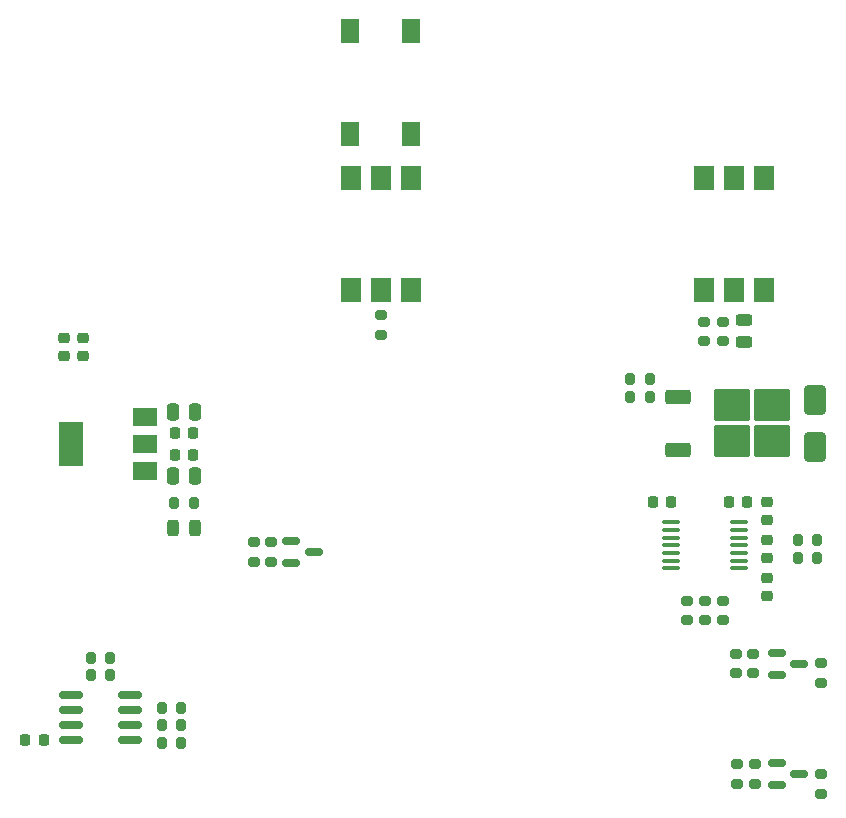
<source format=gbr>
%TF.GenerationSoftware,KiCad,Pcbnew,7.0.1*%
%TF.CreationDate,2023-11-07T15:52:04+07:00*%
%TF.ProjectId,Hot-plate-controller,486f742d-706c-4617-9465-2d636f6e7472,rev?*%
%TF.SameCoordinates,Original*%
%TF.FileFunction,Paste,Top*%
%TF.FilePolarity,Positive*%
%FSLAX46Y46*%
G04 Gerber Fmt 4.6, Leading zero omitted, Abs format (unit mm)*
G04 Created by KiCad (PCBNEW 7.0.1) date 2023-11-07 15:52:04*
%MOMM*%
%LPD*%
G01*
G04 APERTURE LIST*
G04 Aperture macros list*
%AMRoundRect*
0 Rectangle with rounded corners*
0 $1 Rounding radius*
0 $2 $3 $4 $5 $6 $7 $8 $9 X,Y pos of 4 corners*
0 Add a 4 corners polygon primitive as box body*
4,1,4,$2,$3,$4,$5,$6,$7,$8,$9,$2,$3,0*
0 Add four circle primitives for the rounded corners*
1,1,$1+$1,$2,$3*
1,1,$1+$1,$4,$5*
1,1,$1+$1,$6,$7*
1,1,$1+$1,$8,$9*
0 Add four rect primitives between the rounded corners*
20,1,$1+$1,$2,$3,$4,$5,0*
20,1,$1+$1,$4,$5,$6,$7,0*
20,1,$1+$1,$6,$7,$8,$9,0*
20,1,$1+$1,$8,$9,$2,$3,0*%
G04 Aperture macros list end*
%ADD10RoundRect,0.250000X-0.650000X1.000000X-0.650000X-1.000000X0.650000X-1.000000X0.650000X1.000000X0*%
%ADD11R,1.500000X2.000000*%
%ADD12RoundRect,0.200000X0.275000X-0.200000X0.275000X0.200000X-0.275000X0.200000X-0.275000X-0.200000X0*%
%ADD13RoundRect,0.250000X-0.250000X-0.475000X0.250000X-0.475000X0.250000X0.475000X-0.250000X0.475000X0*%
%ADD14RoundRect,0.200000X0.200000X0.275000X-0.200000X0.275000X-0.200000X-0.275000X0.200000X-0.275000X0*%
%ADD15RoundRect,0.200000X-0.200000X-0.275000X0.200000X-0.275000X0.200000X0.275000X-0.200000X0.275000X0*%
%ADD16RoundRect,0.150000X-0.587500X-0.150000X0.587500X-0.150000X0.587500X0.150000X-0.587500X0.150000X0*%
%ADD17R,1.780000X2.000000*%
%ADD18RoundRect,0.250000X-0.850000X-0.350000X0.850000X-0.350000X0.850000X0.350000X-0.850000X0.350000X0*%
%ADD19RoundRect,0.250000X-1.275000X-1.125000X1.275000X-1.125000X1.275000X1.125000X-1.275000X1.125000X0*%
%ADD20RoundRect,0.225000X0.250000X-0.225000X0.250000X0.225000X-0.250000X0.225000X-0.250000X-0.225000X0*%
%ADD21RoundRect,0.200000X-0.275000X0.200000X-0.275000X-0.200000X0.275000X-0.200000X0.275000X0.200000X0*%
%ADD22RoundRect,0.225000X-0.225000X-0.250000X0.225000X-0.250000X0.225000X0.250000X-0.225000X0.250000X0*%
%ADD23RoundRect,0.225000X0.225000X0.250000X-0.225000X0.250000X-0.225000X-0.250000X0.225000X-0.250000X0*%
%ADD24R,2.000000X1.500000*%
%ADD25R,2.000000X3.800000*%
%ADD26RoundRect,0.225000X-0.250000X0.225000X-0.250000X-0.225000X0.250000X-0.225000X0.250000X0.225000X0*%
%ADD27RoundRect,0.150000X0.825000X0.150000X-0.825000X0.150000X-0.825000X-0.150000X0.825000X-0.150000X0*%
%ADD28RoundRect,0.243750X0.456250X-0.243750X0.456250X0.243750X-0.456250X0.243750X-0.456250X-0.243750X0*%
%ADD29RoundRect,0.243750X0.243750X0.456250X-0.243750X0.456250X-0.243750X-0.456250X0.243750X-0.456250X0*%
%ADD30RoundRect,0.100000X0.637500X0.100000X-0.637500X0.100000X-0.637500X-0.100000X0.637500X-0.100000X0*%
G04 APERTURE END LIST*
D10*
%TO.C,D4*%
X134162800Y-105977900D03*
X134162800Y-109977900D03*
%TD*%
D11*
%TO.C,D2*%
X94823600Y-83441400D03*
X99923600Y-83441400D03*
X99923600Y-74701400D03*
X94823600Y-74701400D03*
%TD*%
D12*
%TO.C,R2*%
X124790200Y-101002600D03*
X124790200Y-99352600D03*
%TD*%
%TO.C,R17*%
X127457200Y-129120400D03*
X127457200Y-127470400D03*
%TD*%
D13*
%TO.C,C11*%
X79796200Y-106984800D03*
X81696200Y-106984800D03*
%TD*%
D12*
%TO.C,R3*%
X97409000Y-100443800D03*
X97409000Y-98793800D03*
%TD*%
D14*
%TO.C,R8*%
X134352800Y-119382800D03*
X132702800Y-119382800D03*
%TD*%
D15*
%TO.C,R26*%
X118512400Y-105684000D03*
X120162400Y-105684000D03*
%TD*%
D12*
%TO.C,R15*%
X129059700Y-138467600D03*
X129059700Y-136817600D03*
%TD*%
%TO.C,R18*%
X128955800Y-129120400D03*
X128955800Y-127470400D03*
%TD*%
D16*
%TO.C,Q2*%
X89844400Y-117871200D03*
X89844400Y-119771200D03*
X91719400Y-118821200D03*
%TD*%
D12*
%TO.C,R13*%
X88114900Y-119646200D03*
X88114900Y-117996200D03*
%TD*%
D17*
%TO.C,U1*%
X99949000Y-87142400D03*
X97409000Y-87142400D03*
X94869000Y-87142400D03*
X94869000Y-96672400D03*
X97409000Y-96672400D03*
X99949000Y-96672400D03*
%TD*%
D18*
%TO.C,Q5*%
X122528800Y-105670000D03*
D19*
X127153800Y-106425000D03*
X127153800Y-109475000D03*
X130503800Y-106425000D03*
X130503800Y-109475000D03*
D18*
X122528800Y-110230000D03*
%TD*%
D12*
%TO.C,R10*%
X124866400Y-124627400D03*
X124866400Y-122977400D03*
%TD*%
D20*
%TO.C,C2*%
X72212200Y-102235000D03*
X72212200Y-100685000D03*
%TD*%
D14*
%TO.C,R22*%
X80530200Y-134975600D03*
X78880200Y-134975600D03*
%TD*%
D20*
%TO.C,C5*%
X130124200Y-116163500D03*
X130124200Y-114613500D03*
%TD*%
D15*
%TO.C,R24*%
X72860400Y-129286000D03*
X74510400Y-129286000D03*
%TD*%
D12*
%TO.C,R11*%
X123342400Y-124627400D03*
X123342400Y-122977400D03*
%TD*%
D21*
%TO.C,R19*%
X134637000Y-128263200D03*
X134637000Y-129913200D03*
%TD*%
D22*
%TO.C,C13*%
X79971200Y-108737400D03*
X81521200Y-108737400D03*
%TD*%
D23*
%TO.C,C9*%
X122009200Y-114607600D03*
X120459200Y-114607600D03*
%TD*%
D16*
%TO.C,Q4*%
X130939300Y-127345400D03*
X130939300Y-129245400D03*
X132814300Y-128295400D03*
%TD*%
D24*
%TO.C,U5*%
X77444600Y-111977200D03*
X77444600Y-109677200D03*
D25*
X71144600Y-109677200D03*
D24*
X77444600Y-107377200D03*
%TD*%
D26*
%TO.C,C7*%
X130124200Y-121027300D03*
X130124200Y-122577300D03*
%TD*%
D14*
%TO.C,R25*%
X81571200Y-114681000D03*
X79921200Y-114681000D03*
%TD*%
D27*
%TO.C,U4*%
X76146200Y-134746600D03*
X76146200Y-133476600D03*
X76146200Y-132206600D03*
X76146200Y-130936600D03*
X71196200Y-130936600D03*
X71196200Y-132206600D03*
X71196200Y-133476600D03*
X71196200Y-134746600D03*
%TD*%
D14*
%TO.C,R20*%
X80530200Y-132003800D03*
X78880200Y-132003800D03*
%TD*%
D16*
%TO.C,Q3*%
X130964700Y-136692600D03*
X130964700Y-138592600D03*
X132839700Y-137642600D03*
%TD*%
D28*
%TO.C,D1*%
X128143000Y-101095100D03*
X128143000Y-99220100D03*
%TD*%
D17*
%TO.C,U2*%
X124780000Y-96672400D03*
X127320000Y-96672400D03*
X129860000Y-96672400D03*
X129860000Y-87142400D03*
X127320000Y-87142400D03*
X124780000Y-87142400D03*
%TD*%
D15*
%TO.C,R23*%
X72860400Y-127812800D03*
X74510400Y-127812800D03*
%TD*%
D14*
%TO.C,R7*%
X134352800Y-117833400D03*
X132702800Y-117833400D03*
%TD*%
D22*
%TO.C,C14*%
X79971200Y-110617000D03*
X81521200Y-110617000D03*
%TD*%
D13*
%TO.C,C12*%
X79796200Y-112420400D03*
X81696200Y-112420400D03*
%TD*%
D12*
%TO.C,R12*%
X86641700Y-119646200D03*
X86641700Y-117996200D03*
%TD*%
D21*
%TO.C,R16*%
X134645400Y-137655800D03*
X134645400Y-139305800D03*
%TD*%
D14*
%TO.C,R21*%
X80530200Y-133477000D03*
X78880200Y-133477000D03*
%TD*%
D12*
%TO.C,R9*%
X126390400Y-124627400D03*
X126390400Y-122977400D03*
%TD*%
D23*
%TO.C,C10*%
X68872400Y-134721600D03*
X67322400Y-134721600D03*
%TD*%
D29*
%TO.C,D3*%
X81683700Y-116814600D03*
X79808700Y-116814600D03*
%TD*%
D15*
%TO.C,R27*%
X118512400Y-104185400D03*
X120162400Y-104185400D03*
%TD*%
D30*
%TO.C,U3*%
X127728900Y-120215200D03*
X127728900Y-119565200D03*
X127728900Y-118915200D03*
X127728900Y-118265200D03*
X127728900Y-117615200D03*
X127728900Y-116965200D03*
X127728900Y-116315200D03*
X122003900Y-116315200D03*
X122003900Y-116965200D03*
X122003900Y-117615200D03*
X122003900Y-118265200D03*
X122003900Y-118915200D03*
X122003900Y-119565200D03*
X122003900Y-120215200D03*
%TD*%
D20*
%TO.C,C1*%
X70612000Y-102235000D03*
X70612000Y-100685000D03*
%TD*%
D22*
%TO.C,C8*%
X126885400Y-114607600D03*
X128435400Y-114607600D03*
%TD*%
D12*
%TO.C,R14*%
X127561100Y-138467600D03*
X127561100Y-136817600D03*
%TD*%
D26*
%TO.C,C6*%
X130124200Y-117820400D03*
X130124200Y-119370400D03*
%TD*%
D12*
%TO.C,R1*%
X126339600Y-101002600D03*
X126339600Y-99352600D03*
%TD*%
M02*

</source>
